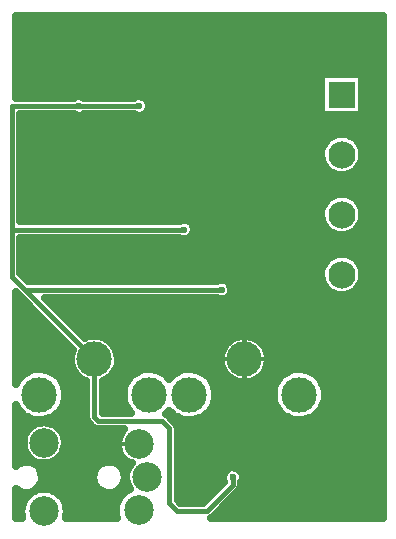
<source format=gtl>
G04 DipTrace 2.4.0.2*
%INeeg.front.gtl*%
%MOIN*%
%ADD15C,0.016*%
%ADD16C,0.025*%
%ADD17C,0.013*%
%ADD18C,0.1181*%
%ADD22C,0.0984*%
%ADD23R,0.0906X0.0906*%
%ADD24C,0.0906*%
%ADD29C,0.0236*%
%FSLAX44Y44*%
G04*
G70*
G90*
G75*
G01*
%LNTop*%
%LPD*%
X8437Y15812D2*
D15*
X11812D1*
X11937Y15687D1*
Y9618D1*
X6437Y17189D2*
X11435D1*
X11937Y16687D1*
Y15687D1*
X10562Y4938D2*
Y5437D1*
X11937Y6812D1*
Y9618D1*
X9937Y6812D2*
X10937D1*
X11937D1*
X16063Y6186D2*
Y6561D1*
X15812Y6812D1*
X11937D1*
X8437Y18062D2*
X6437D1*
X4187D1*
Y13937D1*
Y12368D1*
X4618Y11937D1*
X6937Y9618D1*
X9937Y13937D2*
X4187D1*
X11187Y11937D2*
X4618D1*
X11562Y5686D2*
Y5437D1*
X10687Y4562D1*
X9687D1*
X9437Y4812D1*
Y7312D1*
X9187Y7562D1*
X7062D1*
X6937Y7687D1*
Y9618D1*
D29*
X8437Y15812D3*
X6437Y17189D3*
X10562Y4938D3*
X9937Y6812D3*
X10937D3*
X16063Y6186D3*
X8437Y18062D3*
X6437D3*
X9937Y13937D3*
X11187Y11937D3*
X11562Y5686D3*
X4347Y20803D2*
D16*
X16526D1*
X4347Y20555D2*
X16526D1*
X4347Y20306D2*
X16526D1*
X4347Y20057D2*
X16526D1*
X4347Y19809D2*
X16526D1*
X4347Y19560D2*
X16526D1*
X4347Y19311D2*
X16526D1*
X4347Y19063D2*
X14475D1*
X15900D2*
X16526D1*
X4347Y18814D2*
X14475D1*
X15900D2*
X16526D1*
X4347Y18565D2*
X14475D1*
X15900D2*
X16526D1*
X8661Y18316D2*
X14475D1*
X15900D2*
X16526D1*
X8786Y18068D2*
X14475D1*
X15900D2*
X16526D1*
X8677Y17819D2*
X14475D1*
X15900D2*
X16526D1*
X4486Y17570D2*
X16526D1*
X4486Y17322D2*
X16526D1*
X4486Y17073D2*
X14901D1*
X15474D2*
X16526D1*
X4486Y16824D2*
X14592D1*
X15779D2*
X16526D1*
X4486Y16576D2*
X14490D1*
X15884D2*
X16526D1*
X4486Y16327D2*
X14483D1*
X15892D2*
X16526D1*
X4486Y16078D2*
X14576D1*
X15798D2*
X16526D1*
X4486Y15830D2*
X14838D1*
X15533D2*
X16526D1*
X4486Y15581D2*
X16526D1*
X4486Y15332D2*
X16526D1*
X4486Y15084D2*
X14928D1*
X15447D2*
X16526D1*
X4486Y14835D2*
X14600D1*
X15775D2*
X16526D1*
X4486Y14586D2*
X14490D1*
X15884D2*
X16526D1*
X4486Y14337D2*
X14483D1*
X15892D2*
X16526D1*
X10247Y14089D2*
X14568D1*
X15806D2*
X16526D1*
X10271Y13840D2*
X14822D1*
X15552D2*
X16526D1*
X4486Y13591D2*
X16526D1*
X4486Y13343D2*
X16526D1*
X4486Y13094D2*
X14959D1*
X15415D2*
X16526D1*
X4486Y12845D2*
X14608D1*
X15767D2*
X16526D1*
X4486Y12597D2*
X14494D1*
X15880D2*
X16526D1*
X4622Y12348D2*
X14479D1*
X15892D2*
X16526D1*
X11493Y12099D2*
X14565D1*
X15810D2*
X16526D1*
X11525Y11851D2*
X14803D1*
X15572D2*
X16526D1*
X4347Y11602D2*
X4541D1*
X5368D2*
X16526D1*
X4347Y11353D2*
X4787D1*
X5615D2*
X16526D1*
X4347Y11105D2*
X5037D1*
X5865D2*
X16526D1*
X4347Y10856D2*
X5287D1*
X6115D2*
X16526D1*
X4347Y10607D2*
X5533D1*
X6361D2*
X16526D1*
X4347Y10358D2*
X5783D1*
X7224D2*
X11651D1*
X12224D2*
X16526D1*
X4347Y10110D2*
X6033D1*
X7576D2*
X11299D1*
X12576D2*
X16526D1*
X4347Y9861D2*
X6166D1*
X7708D2*
X11166D1*
X12708D2*
X16526D1*
X4347Y9612D2*
X6127D1*
X7747D2*
X11127D1*
X12747D2*
X16526D1*
X4347Y9364D2*
X6170D1*
X7704D2*
X11170D1*
X12704D2*
X16526D1*
X4347Y9115D2*
X4561D1*
X5654D2*
X6311D1*
X7564D2*
X8221D1*
X9314D2*
X9561D1*
X10654D2*
X11311D1*
X12564D2*
X13221D1*
X14314D2*
X16526D1*
X5872Y8866D2*
X6639D1*
X7236D2*
X8002D1*
X10872D2*
X11686D1*
X12189D2*
X13002D1*
X14533D2*
X16526D1*
X5966Y8618D2*
X6639D1*
X7236D2*
X7908D1*
X10966D2*
X12908D1*
X14630D2*
X16526D1*
X5986Y8369D2*
X6639D1*
X7236D2*
X7889D1*
X10986D2*
X12889D1*
X14646D2*
X16526D1*
X5927Y8120D2*
X6639D1*
X7236D2*
X7947D1*
X10927D2*
X12947D1*
X14587D2*
X16526D1*
X5775Y7872D2*
X6639D1*
X7236D2*
X8100D1*
X10775D2*
X13100D1*
X14435D2*
X16526D1*
X4347Y7623D2*
X4818D1*
X5392D2*
X6647D1*
X9540D2*
X9818D1*
X10392D2*
X13479D1*
X14056D2*
X16526D1*
X4347Y7374D2*
X4818D1*
X5704D2*
X6838D1*
X9728D2*
X16526D1*
X4347Y7125D2*
X4615D1*
X5908D2*
X7787D1*
X9736D2*
X16526D1*
X4347Y6877D2*
X4553D1*
X5974D2*
X7705D1*
X9736D2*
X16526D1*
X4347Y6628D2*
X4580D1*
X5943D2*
X7717D1*
X9736D2*
X16526D1*
X4347Y6379D2*
X4717D1*
X5806D2*
X7834D1*
X9736D2*
X16526D1*
X4966Y6131D2*
X7131D1*
X7724D2*
X8139D1*
X9736D2*
X16526D1*
X5177Y5882D2*
X6920D1*
X9736D2*
X11279D1*
X11845D2*
X16526D1*
X5212Y5633D2*
X6885D1*
X9736D2*
X11217D1*
X11908D2*
X16526D1*
X5118Y5385D2*
X6979D1*
X7876D2*
X8044D1*
X9736D2*
X11096D1*
X11857D2*
X16526D1*
X4347Y5136D2*
X4764D1*
X5759D2*
X7869D1*
X9736D2*
X10846D1*
X11673D2*
X16526D1*
X4347Y4887D2*
X4561D1*
X5962D2*
X7693D1*
X9775D2*
X10600D1*
X11427D2*
X16526D1*
X4347Y4639D2*
X4486D1*
X6036D2*
X7631D1*
X11177D2*
X16526D1*
X4347Y4390D2*
X4494D1*
X6029D2*
X7654D1*
X10927D2*
X16526D1*
X14614Y8312D2*
X14587Y8191D1*
X14542Y8074D1*
X14481Y7965D1*
X14405Y7866D1*
X14315Y7779D1*
X14213Y7707D1*
X14102Y7650D1*
X13984Y7609D1*
X13861Y7587D1*
X13736Y7582D1*
X13612Y7596D1*
X13492Y7627D1*
X13377Y7676D1*
X13270Y7741D1*
X13174Y7821D1*
X13091Y7914D1*
X13022Y8018D1*
X12969Y8131D1*
X12933Y8251D1*
X12915Y8375D1*
Y8499D1*
X12933Y8623D1*
X12969Y8743D1*
X13022Y8856D1*
X13091Y8960D1*
X13174Y9053D1*
X13270Y9133D1*
X13377Y9198D1*
X13491Y9247D1*
X13612Y9278D1*
X13736Y9292D1*
X13861Y9287D1*
X13984Y9265D1*
X14102Y9224D1*
X14213Y9167D1*
X14315Y9095D1*
X14405Y9008D1*
X14481Y8909D1*
X14542Y8800D1*
X14587Y8684D1*
X14614Y8562D1*
X14623Y8437D1*
X14614Y8312D1*
X10953D2*
X10925Y8191D1*
X10881Y8074D1*
X10820Y7965D1*
X10743Y7866D1*
X10654Y7779D1*
X10552Y7707D1*
X10441Y7650D1*
X10323Y7609D1*
X10200Y7587D1*
X10075Y7582D1*
X9951Y7596D1*
X9830Y7627D1*
X9715Y7676D1*
X9609Y7741D1*
X9513Y7821D1*
X9437Y7905D1*
X9329Y7793D1*
X9381Y7756D1*
X9631Y7506D1*
X9697Y7397D1*
X9712Y7312D1*
Y4925D1*
X9800Y4838D1*
X10574Y4837D1*
X11274Y5538D1*
X11239Y5668D1*
X11256Y5791D1*
X11318Y5899D1*
X11416Y5975D1*
X11535Y6009D1*
X11659Y5995D1*
X11768Y5936D1*
X11847Y5840D1*
X11884Y5722D1*
X11886Y5686D1*
X11862Y5564D1*
X11839Y5528D1*
X11837Y5437D1*
X11807Y5313D1*
X11756Y5243D1*
X10878Y4365D1*
X10822Y4322D1*
X16552D1*
Y21052D1*
X4322D1*
Y18337D1*
X6269D1*
X6291Y18351D1*
X6410Y18385D1*
X6534Y18371D1*
X6599Y18336D1*
X8269Y18337D1*
X8291Y18351D1*
X8410Y18385D1*
X8534Y18371D1*
X8643Y18312D1*
X8722Y18216D1*
X8759Y18098D1*
X8761Y18062D1*
X8737Y17940D1*
X8669Y17836D1*
X8567Y17765D1*
X8446Y17738D1*
X8323Y17759D1*
X8274Y17789D1*
X6605Y17787D1*
X6567Y17765D1*
X6446Y17738D1*
X6323Y17759D1*
X6274Y17789D1*
X4464Y17787D1*
X4462Y15562D1*
Y14214D1*
X6687Y14212D1*
X9769D1*
X9791Y14226D1*
X9910Y14260D1*
X10034Y14246D1*
X10143Y14187D1*
X10222Y14091D1*
X10259Y13973D1*
X10261Y13937D1*
X10237Y13815D1*
X10169Y13711D1*
X10067Y13640D1*
X9946Y13613D1*
X9823Y13634D1*
X9774Y13664D1*
X6937Y13662D1*
X4464D1*
X4462Y12480D1*
X4732Y12212D1*
X11013D1*
X11160Y12260D1*
X11284Y12246D1*
X11393Y12187D1*
X11472Y12091D1*
X11509Y11973D1*
X11511Y11937D1*
X11487Y11815D1*
X11419Y11711D1*
X11317Y11640D1*
X11196Y11613D1*
X11073Y11634D1*
X11024Y11664D1*
X8187Y11662D1*
X5285D1*
X6611Y10333D1*
X6737Y10378D1*
X6860Y10400D1*
X6985Y10402D1*
X7109Y10385D1*
X7228Y10348D1*
X7340Y10292D1*
X7442Y10220D1*
X7531Y10132D1*
X7605Y10032D1*
X7662Y9921D1*
X7701Y9802D1*
X7723Y9618D1*
X7713Y9494D1*
X7683Y9372D1*
X7635Y9257D1*
X7569Y9151D1*
X7487Y9057D1*
X7391Y8977D1*
X7284Y8913D1*
X7215Y8886D1*
X7212Y8118D1*
Y7841D1*
X7937Y7837D1*
X8160D1*
X8091Y7914D1*
X8022Y8018D1*
X7969Y8131D1*
X7933Y8251D1*
X7915Y8375D1*
Y8499D1*
X7933Y8623D1*
X7969Y8743D1*
X8022Y8856D1*
X8091Y8960D1*
X8174Y9053D1*
X8270Y9133D1*
X8377Y9198D1*
X8491Y9247D1*
X8612Y9278D1*
X8736Y9292D1*
X8861Y9287D1*
X8984Y9265D1*
X9102Y9224D1*
X9213Y9167D1*
X9315Y9095D1*
X9436Y8968D1*
X9512Y9053D1*
X9608Y9133D1*
X9715Y9198D1*
X9830Y9247D1*
X9951Y9278D1*
X10075Y9292D1*
X10200Y9287D1*
X10323Y9265D1*
X10441Y9224D1*
X10552Y9167D1*
X10653Y9095D1*
X10743Y9008D1*
X10820Y8909D1*
X10881Y8800D1*
X10925Y8684D1*
X10953Y8562D1*
X10962Y8437D1*
X10953Y8312D1*
X5953D2*
X5925Y8191D1*
X5881Y8074D1*
X5820Y7965D1*
X5743Y7866D1*
X5654Y7779D1*
X5552Y7707D1*
X5441Y7650D1*
X5323Y7609D1*
X5200Y7587D1*
X5075Y7582D1*
X4951Y7596D1*
X4830Y7627D1*
X4715Y7676D1*
X4609Y7741D1*
X4513Y7821D1*
X4429Y7914D1*
X4360Y8018D1*
X4322Y8100D1*
Y6072D1*
X4367Y6108D1*
X4476Y6169D1*
X4596Y6202D1*
X4721Y6205D1*
X4842Y6178D1*
X4954Y6123D1*
X5050Y6043D1*
X5124Y5943D1*
X5172Y5828D1*
X5191Y5687D1*
X5176Y5563D1*
X5132Y5447D1*
X5062Y5344D1*
X4969Y5261D1*
X4859Y5202D1*
X4738Y5171D1*
X4613Y5170D1*
X4492Y5199D1*
X4381Y5256D1*
X4325Y5304D1*
X4322Y4322D1*
X4537D1*
X4516Y4418D1*
X4505Y4542D1*
X4515Y4666D1*
X4545Y4788D1*
X4594Y4902D1*
X4662Y5007D1*
X4746Y5099D1*
X4844Y5177D1*
X4954Y5237D1*
X5071Y5278D1*
X5194Y5299D1*
X5319Y5300D1*
X5443Y5280D1*
X5561Y5241D1*
X5671Y5182D1*
X5770Y5106D1*
X5856Y5015D1*
X5925Y4911D1*
X5976Y4797D1*
X6007Y4676D1*
X6019Y4545D1*
X6009Y4421D1*
X5983Y4319D1*
X6947Y4322D1*
X7701D1*
X7665Y4457D1*
X7654Y4581D1*
X7664Y4706D1*
X7694Y4827D1*
X7744Y4942D1*
X7812Y5046D1*
X7896Y5139D1*
X7994Y5216D1*
X8129Y5285D1*
X8058Y5411D1*
X8018Y5530D1*
X8001Y5653D1*
X8006Y5778D1*
X8034Y5900D1*
X8083Y6014D1*
X8177Y6144D1*
X8058Y6200D1*
X7958Y6273D1*
X7872Y6364D1*
X7804Y6469D1*
X7756Y6584D1*
X7729Y6706D1*
X7726Y6831D1*
X7744Y6954D1*
X7785Y7072D1*
X7847Y7181D1*
X7937Y7287D1*
X7062D1*
X6938Y7317D1*
X6868Y7368D1*
X6743Y7493D1*
X6679Y7595D1*
X6662Y7687D1*
Y8886D1*
X6562Y8928D1*
X6457Y8996D1*
X6365Y9080D1*
X6287Y9177D1*
X6225Y9286D1*
X6181Y9403D1*
X6157Y9525D1*
X6152Y9650D1*
X6167Y9774D1*
X6223Y9940D1*
X5063Y11103D1*
X4321Y11845D1*
X4322Y8775D1*
X4360Y8856D1*
X4429Y8960D1*
X4512Y9053D1*
X4608Y9133D1*
X4715Y9198D1*
X4830Y9247D1*
X4951Y9278D1*
X5075Y9292D1*
X5200Y9287D1*
X5323Y9265D1*
X5441Y9224D1*
X5552Y9167D1*
X5653Y9095D1*
X5743Y9008D1*
X5820Y8909D1*
X5881Y8800D1*
X5925Y8684D1*
X5953Y8562D1*
X5962Y8437D1*
X5953Y8312D1*
X12722Y9593D2*
X12703Y9445D1*
X12656Y9302D1*
X12583Y9172D1*
X12487Y9057D1*
X12370Y8963D1*
X12238Y8893D1*
X12095Y8849D1*
X11946Y8833D1*
X11797Y8845D1*
X11653Y8886D1*
X11519Y8953D1*
X11400Y9045D1*
X11301Y9157D1*
X11225Y9286D1*
X11175Y9427D1*
X11153Y9575D1*
X11159Y9725D1*
X11193Y9871D1*
X11255Y10007D1*
X11341Y10130D1*
X11449Y10234D1*
X11574Y10315D1*
X11713Y10371D1*
X11860Y10400D1*
X12010D1*
X12157Y10372D1*
X12296Y10317D1*
X12422Y10236D1*
X12531Y10132D1*
X12618Y10010D1*
X12680Y9874D1*
X12715Y9729D1*
X12722Y9593D1*
X5938Y6704D2*
X5904Y6584D1*
X5849Y6472D1*
X5775Y6372D1*
X5684Y6286D1*
X5579Y6219D1*
X5463Y6172D1*
X5341Y6146D1*
X5216Y6143D1*
X5093Y6163D1*
X4975Y6204D1*
X4867Y6266D1*
X4772Y6347D1*
X4693Y6444D1*
X4632Y6553D1*
X4593Y6671D1*
X4576Y6795D1*
X4581Y6920D1*
X4608Y7042D1*
X4658Y7156D1*
X4727Y7260D1*
X4814Y7350D1*
X4915Y7422D1*
X5029Y7475D1*
X5149Y7507D1*
X5274Y7516D1*
X5398Y7502D1*
X5518Y7467D1*
X5629Y7410D1*
X5728Y7334D1*
X5811Y7241D1*
X5877Y7135D1*
X5922Y7019D1*
X5949Y6829D1*
X5938Y6704D1*
X7932Y5563D2*
X7888Y5447D1*
X7818Y5344D1*
X7725Y5261D1*
X7615Y5202D1*
X7494Y5171D1*
X7369Y5170D1*
X7248Y5199D1*
X7137Y5256D1*
X7042Y5337D1*
X6970Y5439D1*
X6924Y5555D1*
X6907Y5678D1*
X6920Y5802D1*
X6962Y5920D1*
X7031Y6024D1*
X7123Y6108D1*
X7232Y6169D1*
X7352Y6202D1*
X7477Y6205D1*
X7598Y6178D1*
X7710Y6123D1*
X7806Y6043D1*
X7880Y5943D1*
X7928Y5828D1*
X7947Y5687D1*
X7932Y5563D1*
X14624Y19125D2*
X15875D1*
Y17749D1*
X14499D1*
Y19125D1*
X14624D1*
X15863Y16313D2*
X15830Y16192D1*
X15775Y16080D1*
X15701Y15980D1*
X15610Y15895D1*
X15505Y15827D1*
X15389Y15780D1*
X15267Y15754D1*
X15142Y15751D1*
X15019Y15770D1*
X14901Y15811D1*
X14793Y15873D1*
X14698Y15954D1*
X14618Y16050D1*
X14558Y16160D1*
X14518Y16278D1*
X14500Y16401D1*
X14505Y16526D1*
X14532Y16648D1*
X14581Y16763D1*
X14650Y16867D1*
X14737Y16957D1*
X14838Y17030D1*
X14951Y17083D1*
X15072Y17115D1*
X15196Y17125D1*
X15320Y17112D1*
X15440Y17077D1*
X15551Y17020D1*
X15651Y16945D1*
X15735Y16853D1*
X15801Y16747D1*
X15847Y16631D1*
X15871Y16508D1*
X15875Y16437D1*
X15863Y16313D1*
Y14313D2*
X15830Y14192D1*
X15775Y14080D1*
X15701Y13980D1*
X15610Y13895D1*
X15505Y13827D1*
X15389Y13780D1*
X15267Y13754D1*
X15142Y13751D1*
X15019Y13770D1*
X14901Y13811D1*
X14793Y13873D1*
X14698Y13954D1*
X14618Y14050D1*
X14558Y14160D1*
X14518Y14278D1*
X14500Y14401D1*
X14505Y14526D1*
X14532Y14648D1*
X14581Y14763D1*
X14650Y14867D1*
X14737Y14957D1*
X14838Y15030D1*
X14951Y15083D1*
X15072Y15115D1*
X15196Y15125D1*
X15320Y15112D1*
X15440Y15077D1*
X15551Y15020D1*
X15651Y14945D1*
X15735Y14853D1*
X15801Y14747D1*
X15847Y14631D1*
X15871Y14508D1*
X15875Y14437D1*
X15863Y14313D1*
Y12313D2*
X15830Y12192D1*
X15775Y12080D1*
X15701Y11980D1*
X15610Y11895D1*
X15505Y11827D1*
X15389Y11780D1*
X15267Y11754D1*
X15142Y11751D1*
X15019Y11770D1*
X14901Y11811D1*
X14793Y11873D1*
X14698Y11954D1*
X14618Y12050D1*
X14558Y12160D1*
X14518Y12278D1*
X14500Y12401D1*
X14505Y12526D1*
X14532Y12648D1*
X14581Y12763D1*
X14650Y12867D1*
X14737Y12957D1*
X14838Y13030D1*
X14951Y13083D1*
X15072Y13115D1*
X15196Y13125D1*
X15320Y13112D1*
X15440Y13077D1*
X15551Y13020D1*
X15651Y12945D1*
X15735Y12853D1*
X15801Y12747D1*
X15847Y12631D1*
X15871Y12508D1*
X15875Y12437D1*
X15863Y12313D1*
X11937Y10403D2*
D17*
Y8833D1*
X11152Y9618D2*
X12722D1*
X7725Y6789D2*
X8411D1*
D18*
X13768Y8437D3*
X10106D3*
X8768D3*
X5106D3*
X11937Y9618D3*
X6937D3*
D22*
X8687Y5687D3*
X8411Y6789D3*
Y4585D3*
X5262Y6829D3*
Y4545D3*
D23*
X15187Y18437D3*
D24*
Y16437D3*
Y14437D3*
Y12437D3*
M02*

</source>
